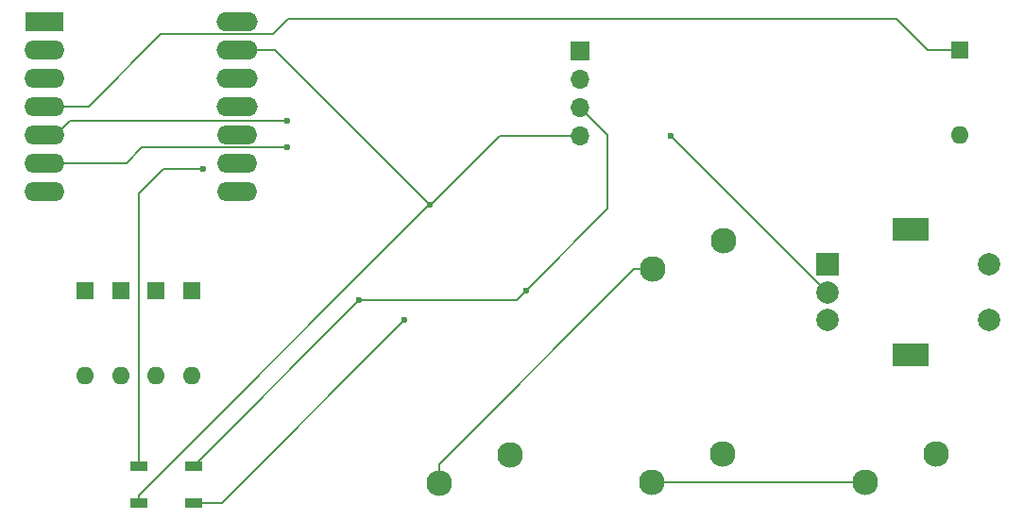
<source format=gbr>
%TF.GenerationSoftware,KiCad,Pcbnew,8.0.0*%
%TF.CreationDate,2024-10-07T09:35:36-04:00*%
%TF.ProjectId,orpheuspad_pcb,6f727068-6575-4737-9061-645f7063622e,rev?*%
%TF.SameCoordinates,Original*%
%TF.FileFunction,Copper,L2,Bot*%
%TF.FilePolarity,Positive*%
%FSLAX46Y46*%
G04 Gerber Fmt 4.6, Leading zero omitted, Abs format (unit mm)*
G04 Created by KiCad (PCBNEW 8.0.0) date 2024-10-07 09:35:36*
%MOMM*%
%LPD*%
G01*
G04 APERTURE LIST*
%TA.AperFunction,ComponentPad*%
%ADD10R,1.600000X1.600000*%
%TD*%
%TA.AperFunction,ComponentPad*%
%ADD11O,1.600000X1.600000*%
%TD*%
%TA.AperFunction,ComponentPad*%
%ADD12R,3.500000X1.700000*%
%TD*%
%TA.AperFunction,ComponentPad*%
%ADD13O,3.600000X1.700000*%
%TD*%
%TA.AperFunction,ComponentPad*%
%ADD14O,3.700000X1.700000*%
%TD*%
%TA.AperFunction,ComponentPad*%
%ADD15R,1.700000X1.700000*%
%TD*%
%TA.AperFunction,ComponentPad*%
%ADD16O,1.700000X1.700000*%
%TD*%
%TA.AperFunction,ComponentPad*%
%ADD17C,2.300000*%
%TD*%
%TA.AperFunction,ComponentPad*%
%ADD18R,2.000000X2.000000*%
%TD*%
%TA.AperFunction,ComponentPad*%
%ADD19C,2.000000*%
%TD*%
%TA.AperFunction,ComponentPad*%
%ADD20R,3.200000X2.000000*%
%TD*%
%TA.AperFunction,SMDPad,CuDef*%
%ADD21R,1.500000X0.900000*%
%TD*%
%TA.AperFunction,ViaPad*%
%ADD22C,0.600000*%
%TD*%
%TA.AperFunction,Conductor*%
%ADD23C,0.200000*%
%TD*%
G04 APERTURE END LIST*
D10*
%TO.P,D4,1,K*%
%TO.N,ROW1*%
X110331250Y-99695000D03*
D11*
%TO.P,D4,2,A*%
%TO.N,Net-(D4-A)*%
X110331250Y-107315000D03*
%TD*%
D12*
%TO.P,U1,1,PA02_A0_D0*%
%TO.N,COL1*%
X103511000Y-75565000D03*
D13*
%TO.P,U1,2,PA4_A1_D1*%
%TO.N,COL0*%
X103511000Y-78105000D03*
%TO.P,U1,3,PA10_A2_D2*%
%TO.N,ROW1*%
X103511000Y-80645000D03*
%TO.P,U1,4,PA11_A3_D3*%
%TO.N,ROW0*%
X103511000Y-83185000D03*
%TO.P,U1,5,PA8_A4_D4_SDA*%
%TO.N,SDA*%
X103511000Y-85725000D03*
%TO.P,U1,6,PA9_A5_D5_SCL*%
%TO.N,SCL*%
X103511000Y-88265000D03*
%TO.P,U1,7,PB08_A6_D6_TX*%
%TO.N,unconnected-(U1-PB08_A6_D6_TX-Pad7)*%
X103511000Y-90805000D03*
%TO.P,U1,8,PB09_A7_D7_RX*%
%TO.N,EC11B*%
X120761000Y-90805000D03*
%TO.P,U1,9,PA7_A8_D8_SCK*%
%TO.N,EC11A*%
X120761000Y-88265000D03*
%TO.P,U1,10,PA5_A9_D9_MISO*%
%TO.N,COL2*%
X120761000Y-85725000D03*
D14*
%TO.P,U1,11,PA6_A10_D10_MOSI*%
%TO.N,WS2812B*%
X120761000Y-83185000D03*
%TO.P,U1,12,3V3*%
%TO.N,unconnected-(U1-3V3-Pad12)*%
X120761000Y-80645000D03*
%TO.P,U1,13,GND*%
%TO.N,GND*%
X120761000Y-78105000D03*
%TO.P,U1,14,5V*%
%TO.N,VCC*%
X120761000Y-75565000D03*
%TD*%
D10*
%TO.P,D1,1,K*%
%TO.N,ROW0*%
X113506250Y-99695000D03*
D11*
%TO.P,D1,2,A*%
%TO.N,Net-(D1-A)*%
X113506250Y-107315000D03*
%TD*%
D15*
%TO.P,J1,1,Pin_1*%
%TO.N,SDA*%
X151511000Y-78232000D03*
D16*
%TO.P,J1,2,Pin_2*%
%TO.N,SCL*%
X151511000Y-80772000D03*
%TO.P,J1,3,Pin_3*%
%TO.N,VCC*%
X151511000Y-83312000D03*
%TO.P,J1,4,Pin_4*%
%TO.N,GND*%
X151511000Y-85852000D03*
%TD*%
D17*
%TO.P,SW4,1,1*%
%TO.N,COL1*%
X157928000Y-116935250D03*
%TO.P,SW4,2,2*%
%TO.N,Net-(D4-A)*%
X164278000Y-114395250D03*
%TD*%
%TO.P,SW5,1,1*%
%TO.N,COL1*%
X177105000Y-116935250D03*
%TO.P,SW5,2,2*%
%TO.N,Net-(D2-A)*%
X183455000Y-114395250D03*
%TD*%
D10*
%TO.P,D2,1,K*%
%TO.N,ROW0*%
X107156250Y-99695000D03*
D11*
%TO.P,D2,2,A*%
%TO.N,Net-(D2-A)*%
X107156250Y-107315000D03*
%TD*%
D18*
%TO.P,ENCODER,A,A*%
%TO.N,EC11A*%
X173669000Y-97365750D03*
D19*
%TO.P,ENCODER,B,B*%
%TO.N,EC11B*%
X173669000Y-102365750D03*
%TO.P,ENCODER,C,C*%
%TO.N,GND*%
X173669000Y-99865750D03*
D20*
%TO.P,ENCODER,MP*%
%TO.N,N/C*%
X181169000Y-94265750D03*
X181169000Y-105465750D03*
D19*
%TO.P,ENCODER,S1,S1*%
%TO.N,COL2*%
X188169000Y-102365750D03*
%TO.P,ENCODER,S2,S2*%
%TO.N,EC11SWA*%
X188169000Y-97365750D03*
%TD*%
D10*
%TO.P,D3,1,K*%
%TO.N,ROW1*%
X116681250Y-99695000D03*
D11*
%TO.P,D3,2,A*%
%TO.N,Net-(D3-A)*%
X116681250Y-107315000D03*
%TD*%
D10*
%TO.P,D9,1,K*%
%TO.N,ROW0*%
X185547000Y-78105000D03*
D11*
%TO.P,D9,2,A*%
%TO.N,EC11SWA*%
X185547000Y-85725000D03*
%TD*%
D17*
%TO.P,SW3,1,1*%
%TO.N,COL0*%
X138878000Y-116980000D03*
%TO.P,SW3,2,2*%
%TO.N,Net-(D3-A)*%
X145228000Y-114440000D03*
%TD*%
%TO.P,SW2,1,1*%
%TO.N,COL0*%
X157988000Y-97790000D03*
%TO.P,SW2,2,2*%
%TO.N,Net-(D1-A)*%
X164338000Y-95250000D03*
%TD*%
D21*
%TO.P,D5,1,VDD*%
%TO.N,VCC*%
X116840000Y-115445000D03*
%TO.P,D5,2,DOUT*%
%TO.N,Net-(D5-DOUT)*%
X116840000Y-118745000D03*
%TO.P,D5,3,VSS*%
%TO.N,GND*%
X111940000Y-118745000D03*
%TO.P,D5,4,DIN*%
%TO.N,WS2812B*%
X111940000Y-115445000D03*
%TD*%
D22*
%TO.N,GND*%
X138080750Y-92043250D03*
X159647125Y-85843875D03*
%TO.N,VCC*%
X146685000Y-99695000D03*
X131701000Y-100584000D03*
%TO.N,SDA*%
X125222000Y-84455000D03*
%TO.N,SCL*%
X125222000Y-86875000D03*
%TO.N,WS2812B*%
X117729000Y-88773000D03*
%TO.N,Net-(D5-DOUT)*%
X135731250Y-102393750D03*
%TD*%
D23*
%TO.N,ROW0*%
X113912000Y-76715000D02*
X107442000Y-83185000D01*
X179832000Y-75311000D02*
X125384173Y-75311000D01*
X185547000Y-78105000D02*
X182626000Y-78105000D01*
X107442000Y-83185000D02*
X104511000Y-83185000D01*
X125384173Y-75311000D02*
X123980173Y-76715000D01*
X182626000Y-78105000D02*
X179832000Y-75311000D01*
X123980173Y-76715000D02*
X113912000Y-76715000D01*
%TO.N,GND*%
X138144250Y-92043250D02*
X144335500Y-85852000D01*
X124142500Y-78105000D02*
X119761000Y-78105000D01*
X111940000Y-118095000D02*
X111940000Y-118745000D01*
X144335500Y-85852000D02*
X151511000Y-85852000D01*
X159647125Y-85843875D02*
X173669000Y-99865750D01*
X138080750Y-92043250D02*
X137991750Y-92043250D01*
X138080750Y-92043250D02*
X138144250Y-92043250D01*
X138080750Y-92043250D02*
X124142500Y-78105000D01*
X137991750Y-92043250D02*
X111940000Y-118095000D01*
%TO.N,COL0*%
X138878000Y-115273655D02*
X138878000Y-116980000D01*
X156361655Y-97790000D02*
X138878000Y-115273655D01*
X157988000Y-97790000D02*
X156361655Y-97790000D01*
%TO.N,COL1*%
X177105000Y-116935250D02*
X157928000Y-116935250D01*
%TO.N,VCC*%
X153924000Y-85725000D02*
X151511000Y-83312000D01*
X153987500Y-92392500D02*
X153987500Y-85725000D01*
X116840000Y-115445000D02*
X131701000Y-100584000D01*
X145796000Y-100584000D02*
X131701000Y-100584000D01*
X146685000Y-99695000D02*
X145796000Y-100584000D01*
X146685000Y-99695000D02*
X153987500Y-92392500D01*
X153987500Y-85725000D02*
X153924000Y-85725000D01*
%TO.N,SDA*%
X125222000Y-84455000D02*
X105781000Y-84455000D01*
X105781000Y-84455000D02*
X104511000Y-85725000D01*
%TO.N,SCL*%
X125222000Y-86875000D02*
X112261000Y-86875000D01*
X112261000Y-86875000D02*
X110871000Y-88265000D01*
X110871000Y-88265000D02*
X104511000Y-88265000D01*
%TO.N,WS2812B*%
X117729000Y-88773000D02*
X114173000Y-88773000D01*
X111940000Y-91006000D02*
X111940000Y-115445000D01*
X114173000Y-88773000D02*
X111940000Y-91006000D01*
%TO.N,Net-(D5-DOUT)*%
X119380000Y-118745000D02*
X116840000Y-118745000D01*
X135731250Y-102393750D02*
X119380000Y-118745000D01*
%TD*%
M02*

</source>
